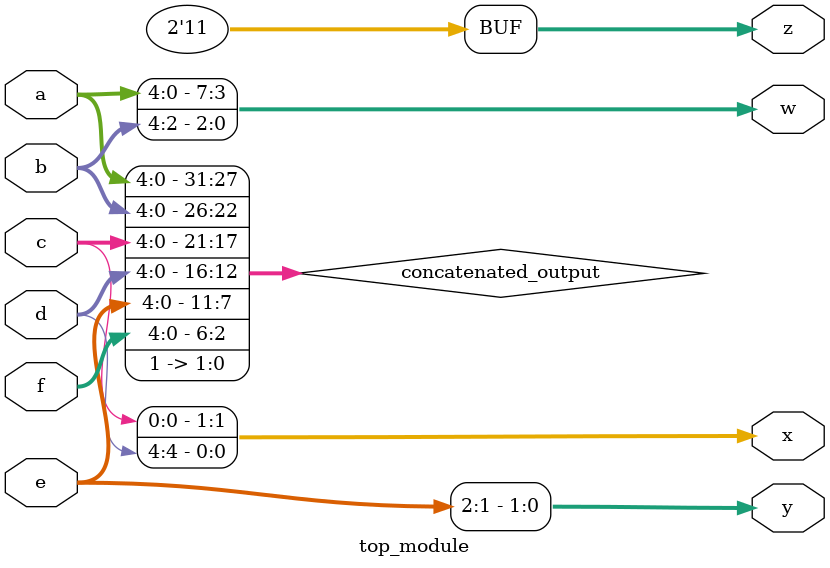
<source format=sv>
module top_module (
    input [4:0] a,
    input [4:0] b,
    input [4:0] c,
    input [4:0] d,
    input [4:0] e,
    input [4:0] f,
    output [7:0] w,
    output [7:8] x,
    output [7:8] y,
    output [7:8] z
);

    wire [31:0] concatenated_output;
    
    // Concatenate the input vectors and append two '1' bits
    assign concatenated_output = {a, b, c, d, e, f, 2'b11};
    
    // Split the concatenated output into four 8-bit output vectors
    assign w = concatenated_output[31:24];
    assign x = concatenated_output[23:16];
    assign y = concatenated_output[15:8];
    assign z = concatenated_output[7:0];

endmodule

</source>
